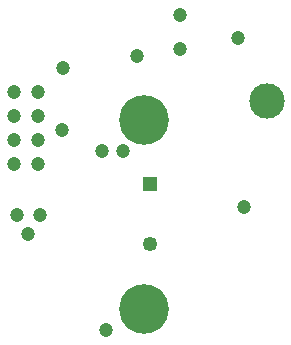
<source format=gbs>
G04*
G04 #@! TF.GenerationSoftware,Altium Limited,Altium Designer,21.8.1 (53)*
G04*
G04 Layer_Color=16711935*
%FSLAX25Y25*%
%MOIN*%
G70*
G04*
G04 #@! TF.SameCoordinates,3953C7C4-12BB-4AEB-9917-3EAA161B92D5*
G04*
G04*
G04 #@! TF.FilePolarity,Negative*
G04*
G01*
G75*
%ADD54C,0.04737*%
%ADD57C,0.16548*%
%ADD58C,0.04934*%
%ADD59R,0.04934X0.04934*%
%ADD71C,0.11811*%
D54*
X3957Y103255D02*
D03*
X11971D02*
D03*
X33228Y99764D02*
D03*
X19842Y106732D02*
D03*
X78701Y137362D02*
D03*
X34633Y40194D02*
D03*
X20118Y127520D02*
D03*
X4843Y78386D02*
D03*
X8681Y72126D02*
D03*
X44855Y131404D02*
D03*
X12520Y78268D02*
D03*
X59231Y145166D02*
D03*
Y133867D02*
D03*
X40142Y99735D02*
D03*
X3957Y111268D02*
D03*
X11971Y119282D02*
D03*
Y95445D02*
D03*
X3957D02*
D03*
Y119282D02*
D03*
X11971Y111268D02*
D03*
X80630Y81181D02*
D03*
D57*
X47244Y110236D02*
D03*
Y47244D02*
D03*
D58*
X49213Y68740D02*
D03*
D59*
Y88740D02*
D03*
D71*
X88268Y116299D02*
D03*
M02*

</source>
